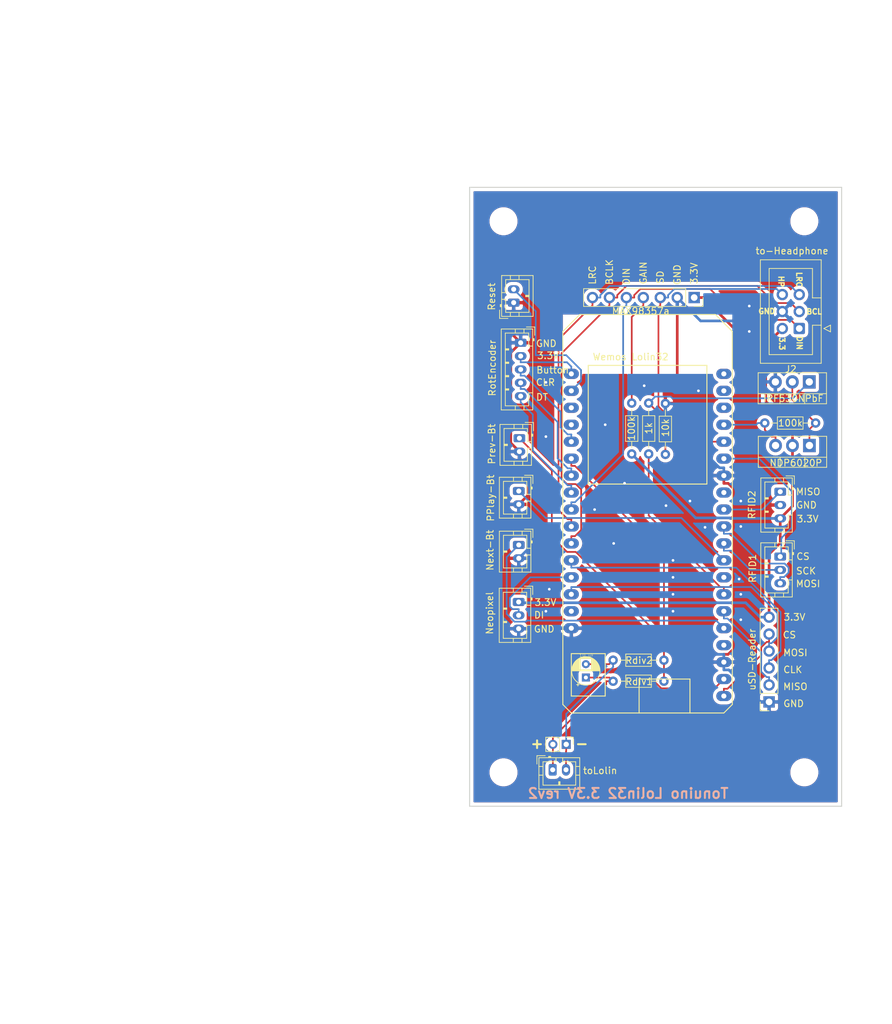
<source format=kicad_pcb>
(kicad_pcb (version 20171130) (host pcbnew "(5.1.8-0-10_14)")
  (layers (0 F.Cu signal) (31 B.Cu signal) (34 B.Paste user) (35 F.Paste user) (36 B.SilkS user) (37 F.SilkS user) (38 B.Mask user) (39 F.Mask user) (44 Edge.Cuts user))
  (net 0 "")
  (net 1 SW_POWER3.3)
  (net 2 NEO_DI)
  (net 3 DIN)
  (net 4 BCLK)
  (net 5 LRC)
  (net 6 HEADPHONE)
  (net 7 "Net-(J3-Pad2)")
  (net 8 ROTENC_BUT)
  (net 9 ROTENC_CLR)
  (net 10 ROTENC_DT)
  (net 11 MISO_RFID)
  (net 12 MOSI_RFID)
  (net 13 SCK_RFID)
  (net 14 CS_RFID)
  (net 15 BUT_PREV)
  (net 16 BUT_PPLAY)
  (net 17 BUT_NEXT)
  (net 18 MISO_SD)
  (net 19 SCK_SD)
  (net 20 MOSI_SD)
  (net 21 CS_SD)
  (net 22 "Net-(Q1-Pad1)")
  (net 23 "Net-(Q1-Pad2)")
  (net 24 "Net-(Q2-Pad3)")
  (net 25 "Net-(R1-Pad2)")
  (net 26 "Net-(U1-Pad33)")
  (net 27 "Net-(U1-Pad29)")
  (net 28 "Net-(U1-Pad19)")
  (net 29 "Net-(U1-Pad18)")
  (net 30 "Net-(U1-Pad17)")
  (net 31 "Net-(U1-Pad15)")
  (net 32 "Net-(U1-Pad4)")
  (net 33 "Net-(U1-Pad3)")
  (net 34 GND)
  (net 35 GAIN)
  (net 36 "Net-(U1-Pad24)")
  (net 37 VBat)
  (net 38 "Net-(C1-Pad1)")
  (net 39 "Net-(C1-Pad2)")
  (net 40 EN)
  (module MountingHole:MountingHole_3.2mm_M3 (layer F.Cu) (at 100.33 26.67)
    (fp_text reference H1)
    (fp_text value MountingHole)
    (pad 1 np_thru_hole circle (at 0 0) (size 3.2 3.2) (drill 3.2) (layers *.Cu *.Mask))
  )
  (module MountingHole:MountingHole_3.2mm_M3 (layer F.Cu) (at 145.415 26.67)
    (fp_text reference H2)
    (fp_text value MountingHole)
    (pad 1 np_thru_hole circle (at 0 0) (size 3.2 3.2) (drill 3.2) (layers *.Cu *.Mask))
  )
  (module MountingHole:MountingHole_3.2mm_M3 (layer F.Cu) (at 100.33 109.22)
    (fp_text reference H3)
    (fp_text value MountingHole)
    (pad 1 np_thru_hole circle (at 0 0) (size 3.2 3.2) (drill 3.2) (layers *.Cu *.Mask))
  )
  (module MountingHole:MountingHole_3.2mm_M3 (layer F.Cu) (at 145.415 109.22)
    (fp_text reference H4)
    (fp_text value MountingHole)
    (pad 1 np_thru_hole circle (at 0 0) (size 3.2 3.2) (drill 3.2) (layers *.Cu *.Mask))
  )
  (module Connector_PinSocket_2.54mm:PinSocket_1x07_P2.54mm_Vertical (layer F.Cu) (at 128.905 38.1 270)
    (fp_text reference J7)
    (fp_text value MAX98357a (at 2.032 8.001 180) (layer F.SilkS))
    (pad 7 thru_hole oval (at 0 15.24 270) (size 1.7 1.7) (drill 1) (layers *.Cu *.Mask) (net 5 LRC))
    (pad 6 thru_hole oval (at 0 12.7 270) (size 1.7 1.7) (drill 1) (layers *.Cu *.Mask) (net 4 BCLK))
    (pad 5 thru_hole oval (at 0 10.16 270) (size 1.7 1.7) (drill 1) (layers *.Cu *.Mask) (net 3 DIN))
    (pad 4 thru_hole oval (at 0 7.62 270) (size 1.7 1.7) (drill 1) (layers *.Cu *.Mask) (net 35 GAIN))
    (pad 3 thru_hole oval (at 0 5.08 270) (size 1.7 1.7) (drill 1) (layers *.Cu *.Mask) (net 6 HEADPHONE))
    (pad 2 thru_hole oval (at 0 2.54 270) (size 1.7 1.7) (drill 1) (layers *.Cu *.Mask) (net 34 GND))
    (pad 1 thru_hole rect (at 0 0 270) (size 1.7 1.7) (drill 1) (layers *.Cu *.Mask) (net 1 SW_POWER3.3))
  )
  (module Connector_PinSocket_2.54mm:PinSocket_1x06_P2.54mm_Vertical (layer F.Cu) (at 140.128 98.671 180)
    (fp_text reference J8)
    (fp_text value uSD-Reader (at 2.54 6.35 90) (layer F.SilkS))
    (pad 1 thru_hole rect (at 0 0 180) (size 1.7 1.7) (drill 1) (layers *.Cu *.Mask) (net 34 GND))
    (pad 2 thru_hole oval (at 0 2.54 180) (size 1.7 1.7) (drill 1) (layers *.Cu *.Mask) (net 18 MISO_SD))
    (pad 3 thru_hole oval (at 0 5.08 180) (size 1.7 1.7) (drill 1) (layers *.Cu *.Mask) (net 19 SCK_SD))
    (pad 4 thru_hole oval (at 0 7.62 180) (size 1.7 1.7) (drill 1) (layers *.Cu *.Mask) (net 20 MOSI_SD))
    (pad 5 thru_hole oval (at 0 10.16 180) (size 1.7 1.7) (drill 1) (layers *.Cu *.Mask) (net 21 CS_SD))
    (pad 6 thru_hole oval (at 0 12.7 180) (size 1.7 1.7) (drill 1) (layers *.Cu *.Mask) (net 1 SW_POWER3.3))
  )
  (module Package_TO_SOT_THT:TO-220-3_Vertical (layer F.Cu) (at 146.152 50.7365 180)
    (fp_text reference Q1)
    (fp_text value IRF530NPbF (at 2.388 -2.4765) (layer F.SilkS))
    (pad 1 thru_hole rect (at 0 0 180) (size 1.905 2) (drill 1.1) (layers *.Cu *.Mask) (net 22 "Net-(Q1-Pad1)"))
    (pad 2 thru_hole oval (at 2.54 0 180) (size 1.905 2) (drill 1.1) (layers *.Cu *.Mask) (net 23 "Net-(Q1-Pad2)"))
    (pad 3 thru_hole oval (at 5.08 0 180) (size 1.905 2) (drill 1.1) (layers *.Cu *.Mask) (net 34 GND))
  )
  (module Package_TO_SOT_THT:TO-220-3_Vertical (layer F.Cu) (at 146.177 60.2615 180)
    (fp_text reference Q2)
    (fp_text value NDP6020P (at 2.032 -2.6035) (layer F.SilkS))
    (pad 3 thru_hole oval (at 5.08 0 180) (size 1.905 2) (drill 1.1) (layers *.Cu *.Mask) (net 24 "Net-(Q2-Pad3)"))
    (pad 2 thru_hole oval (at 2.54 0 180) (size 1.905 2) (drill 1.1) (layers *.Cu *.Mask) (net 1 SW_POWER3.3))
    (pad 1 thru_hole rect (at 0 0 180) (size 1.905 2) (drill 1.1) (layers *.Cu *.Mask) (net 23 "Net-(Q1-Pad2)"))
  )
  (module Resistor_THT:R_Axial_DIN0204_L3.6mm_D1.6mm_P7.62mm_Horizontal (layer F.Cu) (at 122.086 53.9111 270)
    (fp_text reference R1)
    (fp_text value 1k (at 3.7719 -0.0127 90) (layer F.SilkS))
    (pad 2 thru_hole oval (at 7.62 0 270) (size 1.4 1.4) (drill 0.7) (layers *.Cu *.Mask) (net 25 "Net-(R1-Pad2)"))
    (pad 1 thru_hole circle (at 0 0 270) (size 1.4 1.4) (drill 0.7) (layers *.Cu *.Mask) (net 22 "Net-(Q1-Pad1)"))
  )
  (module Resistor_THT:R_Axial_DIN0204_L3.6mm_D1.6mm_P7.62mm_Horizontal (layer F.Cu) (at 124.587 61.595 90)
    (fp_text reference R2)
    (fp_text value 10k (at 3.9878 0.0254 90) (layer F.SilkS))
    (pad 2 thru_hole oval (at 7.62 0 90) (size 1.4 1.4) (drill 0.7) (layers *.Cu *.Mask) (net 34 GND))
    (pad 1 thru_hole circle (at 0 0 90) (size 1.4 1.4) (drill 0.7) (layers *.Cu *.Mask) (net 22 "Net-(Q1-Pad1)"))
  )
  (module Resistor_THT:R_Axial_DIN0204_L3.6mm_D1.6mm_P7.62mm_Horizontal (layer F.Cu) (at 147.105 56.896 180)
    (fp_text reference R3)
    (fp_text value 100k (at 3.7855 -0.0004) (layer F.SilkS))
    (pad 1 thru_hole circle (at 0 0 180) (size 1.4 1.4) (drill 0.7) (layers *.Cu *.Mask) (net 23 "Net-(Q1-Pad2)"))
    (pad 2 thru_hole oval (at 7.62 0 180) (size 1.4 1.4) (drill 0.7) (layers *.Cu *.Mask) (net 24 "Net-(Q2-Pad3)"))
  )
  (module Resistor_THT:R_Axial_DIN0204_L3.6mm_D1.6mm_P7.62mm_Horizontal (layer F.Cu) (at 119.546 53.9111 270)
    (fp_text reference R4)
    (fp_text value 100k (at 3.81 0.0381 90) (layer F.SilkS))
    (pad 2 thru_hole oval (at 7.62 0 270) (size 1.4 1.4) (drill 0.7) (layers *.Cu *.Mask) (net 1 SW_POWER3.3))
    (pad 1 thru_hole circle (at 0 0 270) (size 1.4 1.4) (drill 0.7) (layers *.Cu *.Mask) (net 35 GAIN))
  )
  (module Module:Lolin32 (layer F.Cu) (at 119.38 59.69)
    (fp_text reference U1)
    (fp_text value "Wemos Lolin32" (at 0 -12.7) (layer F.SilkS))
    (pad 36 thru_hole oval (at 13.97 38.1) (size 2.268 1.524) (drill 0.762) (layers *.Cu *.Mask) (net 21 CS_SD))
    (pad 35 thru_hole oval (at 13.97 35.56) (size 2.268 1.524) (drill 0.762) (layers *.Cu *.Mask) (net 15 BUT_PREV))
    (pad 34 thru_hole oval (at 13.97 33.02) (size 2.268 1.524) (drill 0.762) (layers *.Cu *.Mask) (net 34 GND))
    (pad 33 thru_hole oval (at 13.97 30.48) (size 2.268 1.524) (drill 0.762) (layers *.Cu *.Mask) (net 26 "Net-(U1-Pad33)"))
    (pad 32 thru_hole oval (at 13.97 27.94) (size 2.268 1.524) (drill 0.762) (layers *.Cu *.Mask) (net 17 BUT_NEXT))
    (pad 31 thru_hole oval (at 13.97 25.4) (size 2.268 1.524) (drill 0.762) (layers *.Cu *.Mask) (net 18 MISO_SD))
    (pad 30 thru_hole oval (at 13.97 22.86) (size 2.268 1.524) (drill 0.762) (layers *.Cu *.Mask) (net 25 "Net-(R1-Pad2)"))
    (pad 29 thru_hole oval (at 13.97 20.32) (size 2.268 1.524) (drill 0.762) (layers *.Cu *.Mask) (net 27 "Net-(U1-Pad29)"))
    (pad 28 thru_hole oval (at 13.97 17.78) (size 2.268 1.524) (drill 0.762) (layers *.Cu *.Mask) (net 16 BUT_PPLAY))
    (pad 27 thru_hole oval (at 13.97 15.24) (size 2.268 1.524) (drill 0.762) (layers *.Cu *.Mask) (net 13 SCK_RFID))
    (pad 26 thru_hole oval (at 13.97 12.7) (size 2.268 1.524) (drill 0.762) (layers *.Cu *.Mask) (net 12 MOSI_RFID))
    (pad 25 thru_hole oval (at 13.97 10.16) (size 2.268 1.524) (drill 0.762) (layers *.Cu *.Mask) (net 11 MISO_RFID))
    (pad 24 thru_hole oval (at 13.97 7.62) (size 2.268 1.524) (drill 0.762) (layers *.Cu *.Mask) (net 36 "Net-(U1-Pad24)"))
    (pad 23 thru_hole oval (at 13.97 5.08) (size 2.268 1.524) (drill 0.762) (layers *.Cu *.Mask) (net 34 GND))
    (pad 22 thru_hole oval (at 13.97 2.54) (size 2.268 1.524) (drill 0.762) (layers *.Cu *.Mask) (net 14 CS_RFID))
    (pad 21 thru_hole oval (at 13.97 0) (size 2.268 1.524) (drill 0.762) (layers *.Cu *.Mask) (net 6 HEADPHONE))
    (pad 20 thru_hole oval (at 13.97 -2.54) (size 2.268 1.524) (drill 0.762) (layers *.Cu *.Mask) (net 24 "Net-(Q2-Pad3)"))
    (pad 19 thru_hole oval (at 13.97 -5.08) (size 2.268 1.524) (drill 0.762) (layers *.Cu *.Mask) (net 28 "Net-(U1-Pad19)"))
    (pad 18 thru_hole oval (at 13.97 -7.62) (size 2.268 1.524) (drill 0.762) (layers *.Cu *.Mask) (net 29 "Net-(U1-Pad18)"))
    (pad 17 thru_hole oval (at 13.97 -10.16) (size 2.268 1.524) (drill 0.762) (layers *.Cu *.Mask) (net 30 "Net-(U1-Pad17)"))
    (pad 16 thru_hole oval (at -8.89 27.94) (size 2.268 1.524) (drill 0.762) (layers *.Cu *.Mask) (net 34 GND))
    (pad 15 thru_hole oval (at -8.89 25.4) (size 2.268 1.524) (drill 0.762) (layers *.Cu *.Mask) (net 31 "Net-(U1-Pad15)"))
    (pad 14 thru_hole oval (at -8.89 22.86) (size 2.268 1.524) (drill 0.762) (layers *.Cu *.Mask) (net 20 MOSI_SD))
    (pad 13 thru_hole oval (at -8.89 20.32) (size 2.268 1.524) (drill 0.762) (layers *.Cu *.Mask) (net 2 NEO_DI))
    (pad 12 thru_hole oval (at -8.89 17.78) (size 2.268 1.524) (drill 0.762) (layers *.Cu *.Mask) (net 19 SCK_SD))
    (pad 11 thru_hole oval (at -8.89 15.24) (size 2.268 1.524) (drill 0.762) (layers *.Cu *.Mask) (net 4 BCLK))
    (pad 10 thru_hole oval (at -8.89 12.7) (size 2.268 1.524) (drill 0.762) (layers *.Cu *.Mask) (net 5 LRC))
    (pad 9 thru_hole oval (at -8.89 10.16) (size 2.268 1.524) (drill 0.762) (layers *.Cu *.Mask) (net 3 DIN))
    (pad 8 thru_hole oval (at -8.89 7.62) (size 2.268 1.524) (drill 0.762) (layers *.Cu *.Mask) (net 10 ROTENC_DT))
    (pad 7 thru_hole oval (at -8.89 5.08) (size 2.268 1.524) (drill 0.762) (layers *.Cu *.Mask) (net 9 ROTENC_CLR))
    (pad 6 thru_hole oval (at -8.89 2.54) (size 2.268 1.524) (drill 0.762) (layers *.Cu *.Mask) (net 37 VBat))
    (pad 5 thru_hole oval (at -8.89 0) (size 2.268 1.524) (drill 0.762) (layers *.Cu *.Mask) (net 8 ROTENC_BUT))
    (pad 4 thru_hole oval (at -8.89 -2.54) (size 2.268 1.524) (drill 0.762) (layers *.Cu *.Mask) (net 32 "Net-(U1-Pad4)"))
    (pad 3 thru_hole oval (at -8.89 -5.08) (size 2.268 1.524) (drill 0.762) (layers *.Cu *.Mask) (net 33 "Net-(U1-Pad3)"))
    (pad 2 thru_hole oval (at -8.89 -7.62) (size 2.268 1.524) (drill 0.762) (layers *.Cu *.Mask) (net 40 EN))
    (pad 1 thru_hole oval (at -8.89 -10.16) (size 2.268 1.524) (drill 0.762) (layers *.Cu *.Mask) (net 7 "Net-(J3-Pad2)"))
  )
  (module Connector_JST:JST_PH_B5B-PH-K_1x05_P2.00mm_Vertical (layer F.Cu) (at 102.899 44.8697 270)
    (fp_text reference J3)
    (fp_text value RotEncoder (at 3.7846 4.2541 90) (layer F.SilkS))
    (pad 1 thru_hole roundrect (at 0 0 270) (size 1.2 1.75) (drill 0.75) (layers *.Cu *.Mask) (roundrect_rratio 0.2083325) (net 34 GND))
    (pad 2 thru_hole oval (at 2 0 270) (size 1.2 1.75) (drill 0.75) (layers *.Cu *.Mask) (net 7 "Net-(J3-Pad2)"))
    (pad 3 thru_hole oval (at 4 0 270) (size 1.2 1.75) (drill 0.75) (layers *.Cu *.Mask) (net 8 ROTENC_BUT))
    (pad 4 thru_hole oval (at 6 0 270) (size 1.2 1.75) (drill 0.75) (layers *.Cu *.Mask) (net 9 ROTENC_CLR))
    (pad 5 thru_hole oval (at 8 0 270) (size 1.2 1.75) (drill 0.75) (layers *.Cu *.Mask) (net 10 ROTENC_DT))
  )
  (module Connector_JST:JST_PH_B3B-PH-K_1x03_P2.00mm_Vertical (layer F.Cu) (at 102.6 83.7 270)
    (fp_text reference J1)
    (fp_text value Neopixel (at 1.6637 4.3434 90) (layer F.SilkS))
    (pad 3 thru_hole oval (at 4 0 270) (size 1.2 1.75) (drill 0.75) (layers *.Cu *.Mask) (net 34 GND))
    (pad 2 thru_hole oval (at 2 0 270) (size 1.2 1.75) (drill 0.75) (layers *.Cu *.Mask) (net 2 NEO_DI))
    (pad 1 thru_hole roundrect (at 0 0 270) (size 1.2 1.75) (drill 0.75) (layers *.Cu *.Mask) (roundrect_rratio 0.2083325) (net 1 SW_POWER3.3))
  )
  (module Connector_JST:JST_PH_B2B-PH-K_1x02_P2.00mm_Vertical (layer F.Cu) (at 102.619 75.1592 270)
    (fp_text reference J4)
    (fp_text value Next-Bt (at 0.7874 4.3053 90) (layer F.SilkS))
    (pad 1 thru_hole roundrect (at 0 0 270) (size 1.2 1.75) (drill 0.75) (layers *.Cu *.Mask) (roundrect_rratio 0.2083325) (net 17 BUT_NEXT))
    (pad 2 thru_hole oval (at 2 0 270) (size 1.2 1.75) (drill 0.75) (layers *.Cu *.Mask) (net 34 GND))
  )
  (module Connector_JST:JST_PH_B2B-PH-K_1x02_P2.00mm_Vertical (layer F.Cu) (at 102.708 59.1699 270)
    (fp_text reference J6)
    (fp_text value Prev-Bt (at 0.8763 4.1275 90) (layer F.SilkS))
    (pad 2 thru_hole oval (at 2 0 270) (size 1.2 1.75) (drill 0.75) (layers *.Cu *.Mask) (net 34 GND))
    (pad 1 thru_hole roundrect (at 0 0 270) (size 1.2 1.75) (drill 0.75) (layers *.Cu *.Mask) (roundrect_rratio 0.2083325) (net 15 BUT_PREV))
  )
  (module Connector_JST:JST_PH_B2B-PH-K_1x02_P2.00mm_Vertical (layer F.Cu) (at 102.619 67.082 270)
    (fp_text reference J9)
    (fp_text value PPlay-Bt (at 1.0541 4.2164 90) (layer F.SilkS))
    (pad 2 thru_hole oval (at 2 0 270) (size 1.2 1.75) (drill 0.75) (layers *.Cu *.Mask) (net 34 GND))
    (pad 1 thru_hole roundrect (at 0 0 270) (size 1.2 1.75) (drill 0.75) (layers *.Cu *.Mask) (roundrect_rratio 0.2083325) (net 16 BUT_PPLAY))
  )
  (module Connector_IDC:IDC-Header_2x03_P2.54mm_Vertical (layer F.Cu) (at 144.653 42.7355 180)
    (fp_text reference J2 (at 1.27 -6.1) (layer F.SilkS))
    (fp_text value to-Headphone (at 1.0922 11.6205) (layer F.SilkS))
    (pad 1 thru_hole roundrect (at 0 0 180) (size 1.7 1.7) (drill 1) (layers *.Cu *.Mask) (roundrect_rratio 0.1470588235294118) (net 3 DIN))
    (pad 3 thru_hole circle (at 0 2.54 180) (size 1.7 1.7) (drill 1) (layers *.Cu *.Mask) (net 4 BCLK))
    (pad 5 thru_hole circle (at 0 5.08 180) (size 1.7 1.7) (drill 1) (layers *.Cu *.Mask) (net 5 LRC))
    (pad 2 thru_hole circle (at 2.54 0 180) (size 1.7 1.7) (drill 1) (layers *.Cu *.Mask) (net 1 SW_POWER3.3))
    (pad 4 thru_hole circle (at 2.54 2.54 180) (size 1.7 1.7) (drill 1) (layers *.Cu *.Mask) (net 34 GND))
    (pad 6 thru_hole circle (at 2.54 5.08 180) (size 1.7 1.7) (drill 1) (layers *.Cu *.Mask) (net 6 HEADPHONE))
  )
  (module Connector_JST:JST_PH_B3B-PH-K_1x03_P2.00mm_Vertical (layer F.Cu) (at 141.796 76.8985 270)
    (fp_text reference J5)
    (fp_text value RFID1 (at 1.7715 4.136 270) (layer F.SilkS))
    (pad 1 thru_hole roundrect (at 0 0 270) (size 1.2 1.75) (drill 0.75) (layers *.Cu *.Mask) (roundrect_rratio 0.2083325) (net 14 CS_RFID))
    (pad 2 thru_hole oval (at 2 0 270) (size 1.2 1.75) (drill 0.75) (layers *.Cu *.Mask) (net 13 SCK_RFID))
    (pad 3 thru_hole oval (at 4 0 270) (size 1.2 1.75) (drill 0.75) (layers *.Cu *.Mask) (net 12 MOSI_RFID))
  )
  (module Connector_JST:JST_PH_B3B-PH-K_1x03_P2.00mm_Vertical (layer F.Cu) (at 141.8 67.18 270)
    (fp_text reference J10)
    (fp_text value RFID2 (at 1.97 4.24 90) (layer F.SilkS))
    (pad 3 thru_hole oval (at 4 0 270) (size 1.2 1.75) (drill 0.75) (layers *.Cu *.Mask) (net 1 SW_POWER3.3))
    (pad 2 thru_hole oval (at 2 0 270) (size 1.2 1.75) (drill 0.75) (layers *.Cu *.Mask) (net 34 GND))
    (pad 1 thru_hole roundrect (at 0 0 270) (size 1.2 1.75) (drill 0.75) (layers *.Cu *.Mask) (roundrect_rratio 0.2083325) (net 11 MISO_RFID))
  )
  (module Resistor_THT:R_Axial_DIN0204_L3.6mm_D1.6mm_P7.62mm_Horizontal (layer F.Cu) (at 124.374 95.572 180)
    (fp_text reference Rdiv1 (at 3.723999 -0.059001) (layer F.SilkS))
    (fp_text value 130k)
    (pad 1 thru_hole circle (at 0 0 180) (size 1.4 1.4) (drill 0.7) (layers *.Cu *.Mask) (net 37 VBat))
    (pad 2 thru_hole oval (at 7.62 0 180) (size 1.4 1.4) (drill 0.7) (layers *.Cu *.Mask) (net 38 "Net-(C1-Pad1)"))
  )
  (module Resistor_THT:R_Axial_DIN0204_L3.6mm_D1.6mm_P7.62mm_Horizontal (layer F.Cu) (at 124.374 92.422 180)
    (fp_text reference Rdiv2 (at 3.723999 -0.034001) (layer F.SilkS))
    (fp_text value 390k)
    (pad 2 thru_hole oval (at 7.62 0 180) (size 1.4 1.4) (drill 0.7) (layers *.Cu *.Mask) (net 39 "Net-(C1-Pad2)"))
    (pad 1 thru_hole circle (at 0 0 180) (size 1.4 1.4) (drill 0.7) (layers *.Cu *.Mask) (net 37 VBat))
  )
  (module Connector_JST:JST_PH_B2B-PH-K_1x02_P2.00mm_Vertical (layer F.Cu) (at 107.696 108.839)
    (fp_text reference J11)
    (fp_text value Battery)
    (pad 1 thru_hole roundrect (at 0 0) (size 1.2 1.75) (drill 0.75) (layers *.Cu *.Mask) (roundrect_rratio 0.2083325) (net 38 "Net-(C1-Pad1)"))
    (pad 2 thru_hole oval (at 2 0) (size 1.2 1.75) (drill 0.75) (layers *.Cu *.Mask) (net 39 "Net-(C1-Pad2)"))
  )
  (module Connector_PinHeader_2.00mm:PinHeader_1x02_P2.00mm_Vertical (layer F.Cu) (at 109.728 105.029 270)
    (fp_text reference J12)
    (fp_text value toLolin (at 3.937 -5.08 180) (layer F.SilkS))
    (pad 1 thru_hole rect (at 0 0 270) (size 1.35 1.35) (drill 0.8) (layers *.Cu *.Mask) (net 39 "Net-(C1-Pad2)"))
    (pad 2 thru_hole oval (at 0 2 270) (size 1.35 1.35) (drill 0.8) (layers *.Cu *.Mask) (net 38 "Net-(C1-Pad1)"))
  )
  (module Connector_JST:JST_PH_B2B-PH-K_1x02_P2.00mm_Vertical (layer F.Cu) (at 101.854 38.862 90)
    (fp_text reference J13 hide)
    (fp_text value Reset (at 0.902 -3.294 90) (layer F.SilkS))
    (pad 1 thru_hole roundrect (at 0 0 90) (size 1.2 1.75) (drill 0.75) (layers *.Cu *.Mask) (roundrect_rratio 0.208333) (net 34 GND))
    (pad 2 thru_hole oval (at 2 0 90) (size 1.2 1.75) (drill 0.75) (layers *.Cu *.Mask) (net 40 EN))
  )
  (module Capacitor_THT:CP_Radial_D4.0mm_P2.00mm (layer F.Cu) (at 112.67 95.02 90)
    (fp_text reference C1 hide)
    (fp_text value 10uF)
    (pad 1 thru_hole rect (at 0 0 90) (size 1.2 1.2) (drill 0.6) (layers *.Cu *.Mask) (net 38 "Net-(C1-Pad1)"))
    (pad 2 thru_hole circle (at 2 0 90) (size 1.2 1.2) (drill 0.6) (layers *.Cu *.Mask) (net 39 "Net-(C1-Pad2)"))
  )
  (gr_text "10 uF" (at 112.776 91.694) (layer F.SilkS) (effects (font (size 0.5 0.5) (thickness 0.05))))
  (gr_text HP (at 141.9352 35.687 270) (layer F.SilkS) (effects (font (size 0.8 0.8) (thickness 0.2))))
  (gr_text LRC (at 144.6276 35.4076 270) (layer F.SilkS) (effects (font (size 0.8 0.8) (thickness 0.2))))
  (gr_text GND (at 139.7762 40.1574) (layer F.SilkS) (effects (font (size 0.8 0.8) (thickness 0.2))))
  (gr_text BCL (at 146.8882 40.2082) (layer F.SilkS) (effects (font (size 0.8 0.8) (thickness 0.2))))
  (gr_text 3.3 (at 142.0622 45.0088 270) (layer F.SilkS) (effects (font (size 0.8 0.8) (thickness 0.2))))
  (gr_text DIN (at 144.6784 44.9072 270) (layer F.SilkS) (effects (font (size 0.8 0.8) (thickness 0.2))))
  (gr_text - (at 112.0648 104.902) (layer F.SilkS) (effects (font (size 1.5 1.5) (thickness 0.3))))
  (gr_text + (at 105.3592 104.902) (layer F.SilkS) (effects (font (size 1.5 1.5) (thickness 0.3))))
  (gr_text CS (at 145.2118 76.8858) (layer F.SilkS) (effects (font (size 1 1))))
  (gr_text SCK (at 145.669 79.0575) (layer F.SilkS) (effects (font (size 1 1))))
  (gr_text MOSI (at 145.9738 80.9752) (layer F.SilkS) (effects (font (size 1 1))))
  (gr_text GND (at 145.74 69.19) (layer F.SilkS) (effects (font (size 1 1))))
  (gr_text 3.3V (at 145.91 71.26) (layer F.SilkS) (effects (font (size 1 1))))
  (gr_text MISO (at 145.99 67.19) (layer F.SilkS) (effects (font (size 1 1))))
  (gr_line (start 95.25 114.3) (end 151 114.3) (layer Edge.Cuts) (width 0.15))
  (gr_line (start 95.25 21.59) (end 151 21.59) (layer Edge.Cuts) (width 0.15))
  (gr_text "Tonuino Lolin32 3.3V rev2" (at 119.01 112.38) (layer B.SilkS) (effects (font (size 1.5 1.5) (thickness 0.3)) (justify mirror)))
  (gr_text GND (at 143.811 98.925) (layer F.SilkS) (effects (font (size 1 1))))
  (gr_text MISO (at 144.065 96.385) (layer F.SilkS) (effects (font (size 1 1))))
  (gr_text CLK (at 143.684 93.845) (layer F.SilkS) (effects (font (size 1 1))))
  (gr_text MOSI (at 144.065 91.305) (layer F.SilkS) (effects (font (size 1 1))))
  (gr_text CS (at 143.176 88.638) (layer F.SilkS) (effects (font (size 1 1))))
  (gr_text 3.3V (at 143.938 85.971) (layer F.SilkS) (effects (font (size 1 1))))
  (gr_text LRC (at 113.665 34.7345 90) (layer F.SilkS) (effects (font (size 1 1))))
  (gr_text BCLK (at 116.205 34.29 90) (layer F.SilkS) (effects (font (size 1 1))))
  (gr_text DIN (at 118.745 34.925 90) (layer F.SilkS) (effects (font (size 1 1))))
  (gr_text GAIN (at 121.285 34.417 90) (layer F.SilkS) (effects (font (size 1 1))))
  (gr_text SD (at 123.825 35.052 90) (layer F.SilkS) (effects (font (size 1 1))))
  (gr_text GND (at 126.365 34.671 90) (layer F.SilkS) (effects (font (size 1 1))))
  (gr_text 3.3V (at 128.905 34.4805 90) (layer F.SilkS) (effects (font (size 1 1))))
  (gr_text 3.3V (at 106.9975 46.7995) (layer F.SilkS) (effects (font (size 1 1))))
  (gr_text DT (at 106.1085 53.0225) (layer F.SilkS) (effects (font (size 1 1))))
  (gr_text CLR (at 106.6165 50.8) (layer F.SilkS) (effects (font (size 1 1))))
  (gr_text Button (at 107.696 48.9585) (layer F.SilkS) (effects (font (size 1 1))))
  (gr_text GND (at 106.7435 44.9834) (layer F.SilkS) (effects (font (size 1 1))))
  (gr_text GND (at 106.426 87.757) (layer F.SilkS) (effects (font (size 1 1))))
  (gr_text DI (at 105.664 85.6615) (layer F.SilkS) (effects (font (size 1 1))))
  (gr_text 3.3V (at 106.6165 83.7565) (layer F.SilkS) (effects (font (size 1 1))))
  (gr_line (start 95.25 114.3) (end 95.25 21.59) (layer Edge.Cuts) (width 0.15))
  (gr_line (start 151 21.59) (end 151 114.3) (layer Edge.Cuts) (width 0.15))
  (segment (start 139.6155 45.233) (end 139.6155 53.628) (width 0.4) (layer F.Cu) (net 1))
  (segment (start 139.6155 53.628) (end 143.637 57.6495) (width 0.4) (layer F.Cu) (net 1))
  (segment (start 143.637 57.6495) (end 143.637 60.2615) (width 0.4) (layer F.Cu) (net 1))
  (segment (start 142.113 42.7355) (end 139.6155 45.233) (width 0.4) (layer F.Cu) (net 1))
  (segment (start 139.6155 45.233) (end 137.3883 45.233) (width 0.4) (layer F.Cu) (net 1))
  (segment (start 137.3883 45.233) (end 130.2553 38.1) (width 0.4) (layer F.Cu) (net 1))
  (segment (start 128.905 38.1) (end 130.2553 38.1) (width 0.4) (layer F.Cu) (net 1))
  (segment (start 138.7777 85.971) (end 136.6267 83.82) (width 0.4) (layer B.Cu) (net 1))
  (segment (start 136.6267 83.82) (end 102.72 83.82) (width 0.4) (layer B.Cu) (net 1))
  (segment (start 102.72 83.82) (end 102.6 83.7) (width 0.4) (layer B.Cu) (net 1))
  (segment (start 140.128 85.971) (end 138.7777 85.971) (width 0.4) (layer B.Cu) (net 1))
  (segment (start 143.637 69.343) (end 143.637 60.2615) (width 0.4) (layer F.Cu) (net 1))
  (segment (start 141.8 71.18) (end 143.637 69.343) (width 0.4) (layer F.Cu) (net 1))
  (segment (start 134.24201 71.11201) (end 129.12691 71.11201) (width 0.4) (layer B.Cu) (net 1))
  (segment (start 134.31 71.18) (end 134.24201 71.11201) (width 0.4) (layer B.Cu) (net 1))
  (segment (start 141.8 71.18) (end 134.31 71.18) (width 0.4) (layer B.Cu) (net 1))
  (segment (start 129.12691 71.11201) (end 128.2649 70.25) (width 0.4) (layer B.Cu) (net 1))
  (segment (start 128.2649 70.25) (end 119.546 61.5311) (width 0.4) (layer B.Cu) (net 1))
  (segment (start 141.8 74.858822) (end 141.8 71.18) (width 0.4) (layer F.Cu) (net 1))
  (segment (start 140.128 76.530822) (end 141.8 74.858822) (width 0.4) (layer F.Cu) (net 1))
  (segment (start 140.128 85.971) (end 140.128 76.530822) (width 0.4) (layer F.Cu) (net 1))
  (segment (start 102.6 85.7) (end 102.6 84.7747) (width 0.25) (layer B.Cu) (net 2))
  (segment (start 102.6 84.7747) (end 101.6747 84.7747) (width 0.25) (layer B.Cu) (net 2))
  (segment (start 101.6747 84.7747) (end 101.2804 84.3804) (width 0.25) (layer B.Cu) (net 2))
  (segment (start 101.2804 84.3804) (end 101.2804 83.0727) (width 0.25) (layer B.Cu) (net 2))
  (segment (start 101.2804 83.0727) (end 104.3431 80.01) (width 0.25) (layer B.Cu) (net 2))
  (segment (start 104.3431 80.01) (end 110.49 80.01) (width 0.25) (layer B.Cu) (net 2))
  (segment (start 119.9203 38.1) (end 119.9203 37.7327) (width 0.25) (layer F.Cu) (net 3))
  (segment (start 119.9203 37.7327) (end 120.8284 36.8246) (width 0.25) (layer F.Cu) (net 3))
  (segment (start 120.8284 36.8246) (end 131.2971 36.8246) (width 0.25) (layer F.Cu) (net 3))
  (segment (start 131.2971 36.8246) (end 135.9192 41.4467) (width 0.25) (layer F.Cu) (net 3))
  (segment (start 135.9192 41.4467) (end 143.3642 41.4467) (width 0.25) (layer F.Cu) (net 3))
  (segment (start 143.3642 41.4467) (end 144.653 42.7355) (width 0.25) (layer F.Cu) (net 3))
  (segment (start 118.745 38.1) (end 119.9203 38.1) (width 0.25) (layer F.Cu) (net 3))
  (segment (start 118.745 38.1) (end 118.745 39.2753) (width 0.25) (layer B.Cu) (net 3))
  (segment (start 110.49 69.85) (end 110.49 68.7627) (width 0.25) (layer B.Cu) (net 3))
  (segment (start 110.49 68.7627) (end 111.0336 68.7627) (width 0.25) (layer B.Cu) (net 3))
  (segment (start 111.0336 68.7627) (end 118.258 61.5383) (width 0.25) (layer B.Cu) (net 3))
  (segment (start 118.258 61.5383) (end 118.258 39.7623) (width 0.25) (layer B.Cu) (net 3))
  (segment (start 118.258 39.7623) (end 118.745 39.2753) (width 0.25) (layer B.Cu) (net 3))
  (segment (start 116.205 38.1) (end 117.3803 38.1) (width 0.25) (layer F.Cu) (net 4))
  (segment (start 144.653 40.1955) (end 143.383 38.9255) (width 0.25) (layer F.Cu) (net 4))
  (segment (start 143.383 38.9255) (end 140.9376 38.9255) (width 0.25) (layer F.Cu) (net 4))
  (segment (start 140.9376 38.9255) (end 138.3724 36.3603) (width 0.25) (layer F.Cu) (net 4))
  (segment (start 138.3724 36.3603) (end 118.7527 36.3603) (width 0.25) (layer F.Cu) (net 4))
  (segment (start 118.7527 36.3603) (end 117.3803 37.7327) (width 0.25) (layer F.Cu) (net 4))
  (segment (start 117.3803 37.7327) (end 117.3803 38.1) (width 0.25) (layer F.Cu) (net 4))
  (segment (start 116.205 38.1) (end 116.205 39.2753) (width 0.25) (layer F.Cu) (net 4))
  (segment (start 110.49 74.93) (end 110.49 73.8427) (width 0.25) (layer F.Cu) (net 4))
  (segment (start 116.205 39.2753) (end 109.0221 46.4582) (width 0.25) (layer F.Cu) (net 4))
  (segment (start 109.0221 46.4582) (end 109.0221 65.2243) (width 0.25) (layer F.Cu) (net 4))
  (segment (start 109.0221 65.2243) (end 109.8378 66.04) (width 0.25) (layer F.Cu) (net 4))
  (segment (start 109.8378 66.04) (end 111.1576 66.04) (width 0.25) (layer F.Cu) (net 4))
  (segment (start 111.1576 66.04) (end 111.9697 66.8521) (width 0.25) (layer F.Cu) (net 4))
  (segment (start 111.9697 66.8521) (end 111.9697 72.9066) (width 0.25) (layer F.Cu) (net 4))
  (segment (start 111.9697 72.9066) (end 111.0336 73.8427) (width 0.25) (layer F.Cu) (net 4))
  (segment (start 111.0336 73.8427) (end 110.49 73.8427) (width 0.25) (layer F.Cu) (net 4))
  (segment (start 113.665 38.1) (end 114.8403 38.1) (width 0.25) (layer B.Cu) (net 5))
  (segment (start 144.653 37.6555) (end 143.362 36.3645) (width 0.25) (layer B.Cu) (net 5))
  (segment (start 143.362 36.3645) (end 116.2105 36.3645) (width 0.25) (layer B.Cu) (net 5))
  (segment (start 116.2105 36.3645) (end 114.8403 37.7347) (width 0.25) (layer B.Cu) (net 5))
  (segment (start 114.8403 37.7347) (end 114.8403 38.1) (width 0.25) (layer B.Cu) (net 5))
  (segment (start 113.665 39.2753) (end 108.5718 44.3685) (width 0.25) (layer F.Cu) (net 5))
  (segment (start 108.5718 44.3685) (end 108.5718 69.9282) (width 0.25) (layer F.Cu) (net 5))
  (segment (start 108.5718 69.9282) (end 109.9463 71.3027) (width 0.25) (layer F.Cu) (net 5))
  (segment (start 109.9463 71.3027) (end 110.49 71.3027) (width 0.25) (layer F.Cu) (net 5))
  (segment (start 110.49 72.39) (end 110.49 71.3027) (width 0.25) (layer F.Cu) (net 5))
  (segment (start 113.665 38.1) (end 113.665 39.2753) (width 0.25) (layer F.Cu) (net 5))
  (segment (start 123.825 38.1) (end 123.825 39.2753) (width 0.25) (layer F.Cu) (net 6))
  (segment (start 123.825 39.2753) (end 123.548 39.5523) (width 0.25) (layer F.Cu) (net 6))
  (segment (start 123.548 39.5523) (end 123.548 54.4111) (width 0.25) (layer F.Cu) (net 6))
  (segment (start 123.548 54.4111) (end 128.8269 59.69) (width 0.25) (layer F.Cu) (net 6))
  (segment (start 128.8269 59.69) (end 133.35 59.69) (width 0.25) (layer F.Cu) (net 6))
  (segment (start 123.825 38.1) (end 125.0003 38.1) (width 0.25) (layer B.Cu) (net 6))
  (segment (start 142.113 37.6555) (end 141.2734 36.8159) (width 0.25) (layer B.Cu) (net 6))
  (segment (start 141.2734 36.8159) (end 125.9171 36.8159) (width 0.25) (layer B.Cu) (net 6))
  (segment (start 125.9171 36.8159) (end 125.0003 37.7327) (width 0.25) (layer B.Cu) (net 6))
  (segment (start 125.0003 37.7327) (end 125.0003 38.1) (width 0.25) (layer B.Cu) (net 6))
  (segment (start 110.49 49.53) (end 110.49 48.4427) (width 0.25) (layer B.Cu) (net 7))
  (segment (start 102.899 46.8697) (end 102.899 47.795) (width 0.25) (layer B.Cu) (net 7))
  (segment (start 102.899 47.795) (end 109.8423 47.795) (width 0.25) (layer B.Cu) (net 7))
  (segment (start 109.8423 47.795) (end 110.49 48.4427) (width 0.25) (layer B.Cu) (net 7))
  (segment (start 110.49 59.69) (end 110.49 58.6027) (width 0.25) (layer B.Cu) (net 8))
  (segment (start 102.899 48.8697) (end 102.899 49.795) (width 0.25) (layer B.Cu) (net 8))
  (segment (start 102.899 49.795) (end 103.4773 49.795) (width 0.25) (layer B.Cu) (net 8))
  (segment (start 103.4773 49.795) (end 108.8979 55.2156) (width 0.25) (layer B.Cu) (net 8))
  (segment (start 108.8979 55.2156) (end 108.8979 57.5543) (width 0.25) (layer B.Cu) (net 8))
  (segment (start 108.8979 57.5543) (end 109.9463 58.6027) (width 0.25) (layer B.Cu) (net 8))
  (segment (start 109.9463 58.6027) (end 110.49 58.6027) (width 0.25) (layer B.Cu) (net 8))
  (segment (start 110.49 64.77) (end 110.49 63.6827) (width 0.25) (layer B.Cu) (net 9))
  (segment (start 102.899 50.8697) (end 102.899 51.795) (width 0.25) (layer B.Cu) (net 9))
  (segment (start 102.899 51.795) (end 103.4773 51.795) (width 0.25) (layer B.Cu) (net 9))
  (segment (start 103.4773 51.795) (end 108.4475 56.7652) (width 0.25) (layer B.Cu) (net 9))
  (segment (start 108.4475 56.7652) (end 108.4475 62.1839) (width 0.25) (layer B.Cu) (net 9))
  (segment (start 108.4475 62.1839) (end 109.9463 63.6827) (width 0.25) (layer B.Cu) (net 9))
  (segment (start 109.9463 63.6827) (end 110.49 63.6827) (width 0.25) (layer B.Cu) (net 9))
  (segment (start 110.49 67.31) (end 110.49 66.2227) (width 0.25) (layer B.Cu) (net 10))
  (segment (start 102.899 52.8697) (end 102.899 53.795) (width 0.25) (layer B.Cu) (net 10))
  (segment (start 102.899 53.795) (end 104.7157 55.6117) (width 0.25) (layer B.Cu) (net 10))
  (segment (start 104.7157 55.6117) (end 104.7157 60.9921) (width 0.25) (layer B.Cu) (net 10))
  (segment (start 104.7157 60.9921) (end 109.9463 66.2227) (width 0.25) (layer B.Cu) (net 10))
  (segment (start 109.9463 66.2227) (end 110.49 66.2227) (width 0.25) (layer B.Cu) (net 10))
  (segment (start 139.13 69.85) (end 141.8 67.18) (width 0.25) (layer B.Cu) (net 11))
  (segment (start 133.35 69.85) (end 139.13 69.85) (width 0.25) (layer B.Cu) (net 11))
  (segment (start 133.35 72.39) (end 133.35 73.4773) (width 0.25) (layer B.Cu) (net 12))
  (segment (start 141.796 80.8985) (end 141.796 79.9732) (width 0.25) (layer B.Cu) (net 12))
  (segment (start 141.796 79.9732) (end 142.3743 79.9732) (width 0.25) (layer B.Cu) (net 12))
  (segment (start 142.3743 79.9732) (end 143.0493 79.2982) (width 0.25) (layer B.Cu) (net 12))
  (segment (start 143.0493 79.2982) (end 143.0493 78.5378) (width 0.25) (layer B.Cu) (net 12))
  (segment (start 143.0493 78.5378) (end 142.4616 77.9501) (width 0.25) (layer B.Cu) (net 12))
  (segment (start 142.4616 77.9501) (end 138.9101 77.9501) (width 0.25) (layer B.Cu) (net 12))
  (segment (start 138.9101 77.9501) (end 134.4373 73.4773) (width 0.25) (layer B.Cu) (net 12))
  (segment (start 134.4373 73.4773) (end 133.35 73.4773) (width 0.25) (layer B.Cu) (net 12))
  (segment (start 133.35 74.93) (end 133.35 76.0173) (width 0.25) (layer B.Cu) (net 13))
  (segment (start 141.796 78.8985) (end 137.3185 78.8985) (width 0.25) (layer B.Cu) (net 13))
  (segment (start 137.3185 78.8985) (end 134.4373 76.0173) (width 0.25) (layer B.Cu) (net 13))
  (segment (start 134.4373 76.0173) (end 133.35 76.0173) (width 0.25) (layer B.Cu) (net 13))
  (segment (start 141.796 76.8985) (end 141.9556 76.7389) (width 0.25) (layer B.Cu) (net 14))
  (segment (start 142.0244 74.1344) (end 142.03 74.14) (width 0.25) (layer B.Cu) (net 14))
  (segment (start 141.9556 74.1344) (end 142.0244 74.1344) (width 0.25) (layer B.Cu) (net 14))
  (segment (start 141.9556 76.7389) (end 141.9556 74.1344) (width 0.25) (layer B.Cu) (net 14))
  (segment (start 141.9556 74.1344) (end 143.53 72.56) (width 0.25) (layer B.Cu) (net 14))
  (segment (start 143.53 67.12181) (end 138.63819 62.23) (width 0.25) (layer B.Cu) (net 14))
  (segment (start 143.53 72.56) (end 143.53 67.12181) (width 0.25) (layer B.Cu) (net 14))
  (segment (start 138.63819 62.23) (end 137.24 62.23) (width 0.25) (layer B.Cu) (net 14))
  (segment (start 137.24 62.23) (end 133.35 62.23) (width 0.25) (layer B.Cu) (net 14))
  (segment (start 137.6244 62.23) (end 137.24 62.23) (width 0.25) (layer B.Cu) (net 14))
  (segment (start 102.708 59.1699) (end 107.5685 64.0304) (width 0.25) (layer F.Cu) (net 15))
  (segment (start 107.5685 64.0304) (end 107.5685 73.923) (width 0.25) (layer F.Cu) (net 15))
  (segment (start 107.5685 73.923) (end 109.8482 76.2027) (width 0.25) (layer F.Cu) (net 15))
  (segment (start 109.8482 76.2027) (end 111.1569 76.2027) (width 0.25) (layer F.Cu) (net 15))
  (segment (start 111.1569 76.2027) (end 123.0603 88.1061) (width 0.25) (layer F.Cu) (net 15))
  (segment (start 123.0603 88.1061) (end 123.0603 95.7276) (width 0.25) (layer F.Cu) (net 15))
  (segment (start 123.0603 95.7276) (end 123.9727 96.64) (width 0.25) (layer F.Cu) (net 15))
  (segment (start 123.9727 96.64) (end 131.96 96.64) (width 0.25) (layer F.Cu) (net 15))
  (segment (start 131.96 96.64) (end 133.35 95.25) (width 0.25) (layer F.Cu) (net 15))
  (segment (start 102.619 67.082) (end 106.657 71.12) (width 0.25) (layer B.Cu) (net 16))
  (segment (start 106.657 71.12) (end 127 71.12) (width 0.25) (layer B.Cu) (net 16))
  (segment (start 127 71.12) (end 133.35 77.47) (width 0.25) (layer B.Cu) (net 16))
  (segment (start 102.619 75.1592) (end 100.8075 76.9707) (width 0.25) (layer B.Cu) (net 17))
  (segment (start 100.8075 76.9707) (end 100.8075 85.492) (width 0.25) (layer B.Cu) (net 17))
  (segment (start 100.8075 85.492) (end 101.9639 86.6484) (width 0.25) (layer B.Cu) (net 17))
  (segment (start 101.9639 86.6484) (end 103.6946 86.6484) (width 0.25) (layer B.Cu) (net 17))
  (segment (start 103.6946 86.6484) (end 103.8492 86.4938) (width 0.25) (layer B.Cu) (net 17))
  (segment (start 103.8492 86.4938) (end 132.2138 86.4938) (width 0.25) (layer B.Cu) (net 17))
  (segment (start 132.2138 86.4938) (end 133.35 87.63) (width 0.25) (layer B.Cu) (net 17))
  (segment (start 133.35 85.09) (end 133.35 86.1773) (width 0.25) (layer B.Cu) (net 18))
  (segment (start 140.128 96.131) (end 140.128 94.9557) (width 0.25) (layer B.Cu) (net 18))
  (segment (start 140.128 94.9557) (end 139.7606 94.9557) (width 0.25) (layer B.Cu) (net 18))
  (segment (start 139.7606 94.9557) (end 138.9527 94.1478) (width 0.25) (layer B.Cu) (net 18))
  (segment (start 138.9527 94.1478) (end 138.9527 91.2364) (width 0.25) (layer B.Cu) (net 18))
  (segment (start 138.9527 91.2364) (end 133.8936 86.1773) (width 0.25) (layer B.Cu) (net 18))
  (segment (start 133.8936 86.1773) (end 133.35 86.1773) (width 0.25) (layer B.Cu) (net 18))
  (segment (start 140.128 92.4157) (end 140.4953 92.4157) (width 0.25) (layer B.Cu) (net 19))
  (segment (start 140.4953 92.4157) (end 141.8576 91.0534) (width 0.25) (layer B.Cu) (net 19))
  (segment (start 141.8576 91.0534) (end 141.8576 85.2103) (width 0.25) (layer B.Cu) (net 19))
  (segment (start 141.8576 85.2103) (end 135.2046 78.5573) (width 0.25) (layer B.Cu) (net 19))
  (segment (start 135.2046 78.5573) (end 110.49 78.5573) (width 0.25) (layer B.Cu) (net 19))
  (segment (start 110.49 77.47) (end 110.49 78.5573) (width 0.25) (layer B.Cu) (net 19))
  (segment (start 140.128 93.591) (end 140.128 92.4157) (width 0.25) (layer B.Cu) (net 19))
  (segment (start 140.128 91.051) (end 140.128 89.8757) (width 0.25) (layer B.Cu) (net 20))
  (segment (start 110.49 82.55) (end 110.49 81.4627) (width 0.25) (layer B.Cu) (net 20))
  (segment (start 110.49 81.4627) (end 137.4731 81.4627) (width 0.25) (layer B.Cu) (net 20))
  (segment (start 137.4731 81.4627) (end 141.4072 85.3968) (width 0.25) (layer B.Cu) (net 20))
  (segment (start 141.4072 85.3968) (end 141.4072 88.9638) (width 0.25) (layer B.Cu) (net 20))
  (segment (start 141.4072 88.9638) (end 140.4953 89.8757) (width 0.25) (layer B.Cu) (net 20))
  (segment (start 140.4953 89.8757) (end 140.128 89.8757) (width 0.25) (layer B.Cu) (net 20))
  (segment (start 140.128 88.511) (end 140.128 89.6863) (width 0.25) (layer F.Cu) (net 21))
  (segment (start 133.35 97.79) (end 133.35 96.7027) (width 0.25) (layer F.Cu) (net 21))
  (segment (start 133.35 96.7027) (end 133.8936 96.7027) (width 0.25) (layer F.Cu) (net 21))
  (segment (start 133.8936 96.7027) (end 138.9527 91.6436) (width 0.25) (layer F.Cu) (net 21))
  (segment (start 138.9527 91.6436) (end 138.9527 90.4942) (width 0.25) (layer F.Cu) (net 21))
  (segment (start 138.9527 90.4942) (end 139.7606 89.6863) (width 0.25) (layer F.Cu) (net 21))
  (segment (start 139.7606 89.6863) (end 140.128 89.6863) (width 0.25) (layer F.Cu) (net 21))
  (segment (start 122.086 53.9111) (end 123.0577 52.9394) (width 0.25) (layer B.Cu) (net 22))
  (segment (start 123.0577 52.9394) (end 125.3944 52.9394) (width 0.25) (layer B.Cu) (net 22))
  (segment (start 125.3944 52.9394) (end 125.6447 53.1897) (width 0.25) (layer B.Cu) (net 22))
  (segment (start 125.6447 53.1897) (end 143.6988 53.1897) (width 0.25) (layer B.Cu) (net 22))
  (segment (start 143.6988 53.1897) (end 146.152 50.7365) (width 0.25) (layer B.Cu) (net 22))
  (segment (start 124.587 61.595) (end 124.587 56.4121) (width 0.25) (layer F.Cu) (net 22))
  (segment (start 124.587 56.4121) (end 122.086 53.9111) (width 0.25) (layer F.Cu) (net 22))
  (segment (start 147.105 56.896) (end 143.612 53.403) (width 0.25) (layer F.Cu) (net 23))
  (segment (start 143.612 53.403) (end 143.612 50.7365) (width 0.25) (layer F.Cu) (net 23))
  (segment (start 147.105 56.896) (end 146.177 57.824) (width 0.25) (layer F.Cu) (net 23))
  (segment (start 146.177 57.824) (end 146.177 60.2615) (width 0.25) (layer F.Cu) (net 23))
  (segment (start 141.097 60.2615) (end 141.097 58.9362) (width 0.25) (layer F.Cu) (net 24))
  (segment (start 139.485 56.896) (end 139.485 57.9213) (width 0.25) (layer F.Cu) (net 24))
  (segment (start 139.485 57.9213) (end 140.4999 58.9362) (width 0.25) (layer F.Cu) (net 24))
  (segment (start 140.4999 58.9362) (end 141.097 58.9362) (width 0.25) (layer F.Cu) (net 24))
  (segment (start 139.485 56.896) (end 138.4597 56.896) (width 0.25) (layer B.Cu) (net 24))
  (segment (start 133.35 57.15) (end 138.2057 57.15) (width 0.25) (layer B.Cu) (net 24))
  (segment (start 138.2057 57.15) (end 138.4597 56.896) (width 0.25) (layer B.Cu) (net 24))
  (segment (start 133.35 82.55) (end 133.35 81.4627) (width 0.25) (layer F.Cu) (net 25))
  (segment (start 133.35 81.4627) (end 132.8063 81.4627) (width 0.25) (layer F.Cu) (net 25))
  (segment (start 132.8063 81.4627) (end 122.086 70.7424) (width 0.25) (layer F.Cu) (net 25))
  (segment (start 122.086 70.7424) (end 122.086 61.5311) (width 0.25) (layer F.Cu) (net 25))
  (segment (start 102.708 61.1699) (end 102.708 62.1702) (width 0.4) (layer F.Cu) (net 34))
  (segment (start 102.619 69.082) (end 103.9563 67.7447) (width 0.4) (layer F.Cu) (net 34))
  (segment (start 103.9563 67.7447) (end 103.9563 63.4185) (width 0.4) (layer F.Cu) (net 34))
  (segment (start 103.9563 63.4185) (end 102.708 62.1702) (width 0.4) (layer F.Cu) (net 34))
  (segment (start 102.619 69.082) (end 102.619 70.0823) (width 0.4) (layer B.Cu) (net 34))
  (segment (start 102.619 77.1592) (end 103.9118 75.8664) (width 0.4) (layer B.Cu) (net 34))
  (segment (start 103.9118 75.8664) (end 103.9118 71.3751) (width 0.4) (layer B.Cu) (net 34))
  (segment (start 103.9118 71.3751) (end 102.619 70.0823) (width 0.4) (layer B.Cu) (net 34))
  (segment (start 134.8848 69.247) (end 134.8848 90.6531) (width 0.4) (layer F.Cu) (net 34))
  (segment (start 134.8848 90.6531) (end 133.9902 91.5477) (width 0.4) (layer F.Cu) (net 34))
  (segment (start 133.9902 91.5477) (end 133.35 91.5477) (width 0.4) (layer F.Cu) (net 34))
  (segment (start 133.35 65.9323) (end 134.0038 65.9323) (width 0.4) (layer F.Cu) (net 34))
  (segment (start 134.0038 65.9323) (end 134.8848 66.8133) (width 0.4) (layer F.Cu) (net 34))
  (segment (start 134.8848 66.8133) (end 134.8848 69.247) (width 0.4) (layer F.Cu) (net 34))
  (segment (start 133.35 64.77) (end 133.35 63.6077) (width 0.4) (layer B.Cu) (net 34))
  (segment (start 124.587 53.975) (end 124.587 55.4849) (width 0.4) (layer B.Cu) (net 34))
  (segment (start 124.587 55.4849) (end 132.7098 63.6077) (width 0.4) (layer B.Cu) (net 34))
  (segment (start 132.7098 63.6077) (end 133.35 63.6077) (width 0.4) (layer B.Cu) (net 34))
  (segment (start 133.35 92.71) (end 133.35 93.8723) (width 0.4) (layer B.Cu) (net 34))
  (segment (start 133.35 92.71) (end 133.35 91.5477) (width 0.4) (layer B.Cu) (net 34))
  (segment (start 138.8777 98.671) (end 134.079 93.8723) (width 0.4) (layer B.Cu) (net 34))
  (segment (start 134.079 93.8723) (end 133.35 93.8723) (width 0.4) (layer B.Cu) (net 34))
  (segment (start 133.35 91.5477) (end 132.1877 91.5477) (width 0.4) (layer B.Cu) (net 34))
  (segment (start 132.1877 91.5477) (end 128.27 87.63) (width 0.4) (layer B.Cu) (net 34))
  (segment (start 128.27 87.63) (end 110.49 87.63) (width 0.4) (layer B.Cu) (net 34))
  (segment (start 140.7094 41.5991) (end 140.7094 48.9736) (width 0.4) (layer B.Cu) (net 34))
  (segment (start 140.7094 48.9736) (end 141.072 49.3362) (width 0.4) (layer B.Cu) (net 34))
  (segment (start 142.113 40.1955) (end 140.7094 41.5991) (width 0.4) (layer B.Cu) (net 34))
  (segment (start 126.365 38.1) (end 129.8641 41.5991) (width 0.4) (layer B.Cu) (net 34))
  (segment (start 129.8641 41.5991) (end 140.7094 41.5991) (width 0.4) (layer B.Cu) (net 34))
  (segment (start 141.072 50.7365) (end 141.072 49.3362) (width 0.4) (layer B.Cu) (net 34))
  (segment (start 124.587 53.975) (end 124.587 52.8747) (width 0.4) (layer F.Cu) (net 34))
  (segment (start 124.587 52.8747) (end 126.365 51.0967) (width 0.4) (layer F.Cu) (net 34))
  (segment (start 126.365 51.0967) (end 126.365 38.1) (width 0.4) (layer F.Cu) (net 34))
  (segment (start 133.35 92.71) (end 133.35 91.5477) (width 0.4) (layer F.Cu) (net 34))
  (segment (start 133.35 64.77) (end 133.35 65.9323) (width 0.4) (layer F.Cu) (net 34))
  (segment (start 102.708 61.1699) (end 101.4156 59.8775) (width 0.4) (layer F.Cu) (net 34))
  (segment (start 101.4156 59.8775) (end 101.4156 46.3531) (width 0.4) (layer F.Cu) (net 34))
  (segment (start 101.4156 46.3531) (end 102.899 44.8697) (width 0.4) (layer F.Cu) (net 34))
  (segment (start 140.128 98.671) (end 138.8777 98.671) (width 0.4) (layer B.Cu) (net 34))
  (segment (start 104.0027 87.63) (end 103.9453 87.63) (width 0.4) (layer F.Cu) (net 34))
  (segment (start 103.9453 87.63) (end 103.8753 87.7) (width 0.4) (layer F.Cu) (net 34))
  (segment (start 110.49 87.63) (end 104.0027 87.63) (width 0.4) (layer F.Cu) (net 34))
  (segment (start 102.619 78.1595) (end 104.0027 79.5432) (width 0.4) (layer F.Cu) (net 34))
  (segment (start 104.0027 79.5432) (end 104.0027 87.63) (width 0.4) (layer F.Cu) (net 34))
  (segment (start 102.619 77.1592) (end 102.619 78.1595) (width 0.4) (layer F.Cu) (net 34))
  (segment (start 102.6 87.7) (end 103.8753 87.7) (width 0.4) (layer F.Cu) (net 34))
  (via (at 125.73 77.47) (size 0.8) (drill 0.4) (layers F.Cu B.Cu) (net 34))
  (segment (start 125.73 77.47) (end 123.19 77.47) (width 0.4) (layer B.Cu) (net 34))
  (via (at 125.73 80.01) (size 0.8) (drill 0.4) (layers F.Cu B.Cu) (net 34))
  (via (at 125.73 82.55) (size 0.8) (drill 0.4) (layers F.Cu B.Cu) (net 34))
  (via (at 125.73 85.09) (size 0.8) (drill 0.4) (layers F.Cu B.Cu) (net 34))
  (segment (start 125.73 80.01) (end 123.19 80.01) (width 0.4) (layer B.Cu) (net 34))
  (segment (start 125.73 82.55) (end 123.19 82.55) (width 0.4) (layer B.Cu) (net 34))
  (segment (start 125.73 85.09) (end 123.19 85.09) (width 0.4) (layer B.Cu) (net 34))
  (via (at 116.84 74.93) (size 0.8) (drill 0.4) (layers F.Cu B.Cu) (net 34))
  (via (at 137.16 39.37) (size 0.8) (drill 0.4) (layers F.Cu B.Cu) (net 34))
  (via (at 137.16 43.18) (size 0.8) (drill 0.4) (layers F.Cu B.Cu) (net 34))
  (via (at 128.27 68.58) (size 0.8) (drill 0.4) (layers F.Cu B.Cu) (net 34))
  (via (at 135.89 68.58) (size 0.8) (drill 0.4) (layers F.Cu B.Cu) (net 34))
  (via (at 135.89 72.39) (size 0.8) (drill 0.4) (layers F.Cu B.Cu) (net 34))
  (via (at 135.89 86.36) (size 0.8) (drill 0.4) (layers F.Cu B.Cu) (net 34))
  (via (at 135.89 82.55) (size 0.8) (drill 0.4) (layers F.Cu B.Cu) (net 34))
  (via (at 135.636 80.264) (size 0.8) (drill 0.4) (layers F.Cu B.Cu) (net 34))
  (via (at 106.68 58.928) (size 0.8) (drill 0.4) (layers F.Cu B.Cu) (net 34))
  (via (at 107.188 81.788) (size 0.8) (drill 0.4) (layers F.Cu B.Cu) (net 34))
  (via (at 115.57 57.15) (size 0.8) (drill 0.4) (layers F.Cu B.Cu) (net 34))
  (via (at 129.54 52.07) (size 0.8) (drill 0.4) (layers F.Cu B.Cu) (net 34))
  (via (at 106.68 50.8) (size 0.8) (drill 0.4) (layers F.Cu B.Cu) (net 34))
  (via (at 106.68 85.09) (size 0.8) (drill 0.4) (layers F.Cu B.Cu) (net 34))
  (via (at 121.412 51.308) (size 0.8) (drill 0.4) (layers F.Cu B.Cu) (net 34))
  (segment (start 101.854 43.8247) (end 102.899 44.8697) (width 0.4) (layer F.Cu) (net 34))
  (segment (start 101.854 38.862) (end 101.854 43.8247) (width 0.4) (layer F.Cu) (net 34))
  (segment (start 136.49 69.18) (end 135.89 68.58) (width 0.4) (layer F.Cu) (net 34))
  (segment (start 141.8 69.18) (end 136.49 69.18) (width 0.4) (layer F.Cu) (net 34))
  (via (at 118.47 65.91) (size 0.8) (drill 0.4) (layers F.Cu B.Cu) (net 34))
  (via (at 124.68 69.27) (size 0.8) (drill 0.4) (layers F.Cu B.Cu) (net 34))
  (via (at 113.98 69.86) (size 0.8) (drill 0.4) (layers F.Cu B.Cu) (net 34))
  (via (at 130.53 72.52) (size 0.8) (drill 0.4) (layers F.Cu B.Cu) (net 34))
  (segment (start 121.285 38.1) (end 121.285 39.2753) (width 0.25) (layer F.Cu) (net 35))
  (segment (start 119.546 53.9111) (end 119.546 41.0143) (width 0.25) (layer F.Cu) (net 35))
  (segment (start 119.546 41.0143) (end 121.285 39.2753) (width 0.25) (layer F.Cu) (net 35))
  (segment (start 124.374 92.422) (end 124.374 76.6577) (width 0.25) (layer F.Cu) (net 37))
  (segment (start 124.374 76.6577) (end 111.0336 63.3173) (width 0.25) (layer F.Cu) (net 37))
  (segment (start 111.0336 63.3173) (end 110.49 63.3173) (width 0.25) (layer F.Cu) (net 37))
  (segment (start 124.374 95.572) (end 124.374 92.422) (width 0.25) (layer F.Cu) (net 37))
  (segment (start 110.49 62.23) (end 110.49 63.3173) (width 0.25) (layer F.Cu) (net 37))
  (segment (start 116.754 95.572) (end 115.7287 95.572) (width 0.25) (layer F.Cu) (net 38))
  (segment (start 107.728 105.029) (end 107.728 104.0287) (width 0.25) (layer F.Cu) (net 38))
  (segment (start 107.728 104.0287) (end 115.7287 96.028) (width 0.25) (layer F.Cu) (net 38))
  (segment (start 115.7287 96.028) (end 115.7287 95.572) (width 0.25) (layer F.Cu) (net 38))
  (segment (start 107.696 108.839) (end 107.728 108.807) (width 0.25) (layer F.Cu) (net 38))
  (segment (start 107.728 108.807) (end 107.728 105.029) (width 0.25) (layer F.Cu) (net 38))
  (segment (start 116.432 95.25) (end 116.754 95.572) (width 0.25) (layer F.Cu) (net 38))
  (segment (start 116.202 95.02) (end 116.754 95.572) (width 0.25) (layer F.Cu) (net 38))
  (segment (start 112.67 95.02) (end 116.202 95.02) (width 0.25) (layer F.Cu) (net 38))
  (segment (start 109.728 105.029) (end 109.728 106.0293) (width 0.25) (layer F.Cu) (net 39))
  (segment (start 109.728 106.0293) (end 109.696 106.0613) (width 0.25) (layer F.Cu) (net 39))
  (segment (start 109.696 106.0613) (end 109.696 108.839) (width 0.25) (layer F.Cu) (net 39))
  (segment (start 116.754 92.422) (end 116.754 93.4473) (width 0.25) (layer B.Cu) (net 39))
  (segment (start 109.728 105.029) (end 109.728 100.4733) (width 0.25) (layer B.Cu) (net 39))
  (segment (start 109.728 100.4733) (end 116.754 93.4473) (width 0.25) (layer B.Cu) (net 39))
  (segment (start 116.156 93.02) (end 116.754 92.422) (width 0.25) (layer F.Cu) (net 39))
  (segment (start 112.67 93.02) (end 116.156 93.02) (width 0.25) (layer F.Cu) (net 39))
  (segment (start 101.854 36.862) (end 105.156 40.164) (width 0.25) (layer B.Cu) (net 40))
  (segment (start 105.156 40.164) (end 105.156 46.736) (width 0.25) (layer B.Cu) (net 40))
  (segment (start 105.156 46.736) (end 109.728 46.736) (width 0.25) (layer B.Cu) (net 40))
  (segment (start 111.94901 50.61099) (end 110.49 52.07) (width 0.25) (layer B.Cu) (net 40))
  (segment (start 111.94901 48.95701) (end 111.94901 50.61099) (width 0.25) (layer B.Cu) (net 40))
  (segment (start 109.728 46.736) (end 111.94901 48.95701) (width 0.25) (layer B.Cu) (net 40))
  (zone (net 0) (net_name "") (layer F.Cu) (connect_pads (clearance 0.508)) (min_thickness 0.254)
    (keepout (tracks allowed) (vias allowed) (copperpour not_allowed))
    (fill (arc_segments 32) (thermal_gap 0.508) (thermal_bridge_width 0.508))
    (polygon (pts (xy 134.62 49.53) (xy 109.22 49.53) (xy 109.22 40.64) (xy 134.62 40.64)))
  )
  (zone (net 34) (net_name GND) (layer F.Cu) (connect_pads (clearance 0.508)) (min_thickness 0.254) (fill yes (arc_segments 32) (thermal_gap 0.508) (thermal_bridge_width 0.508))
    (polygon (pts (xy 151.13 114.3) (xy 95.25 114.3) (xy 95.25 21.59) (xy 151.13 21.59)))
  )
  (zone (net 34) (net_name GND) (layer B.Cu) (connect_pads (clearance 0.508)) (min_thickness 0.254) (fill yes (arc_segments 32) (thermal_gap 0.508) (thermal_bridge_width 0.508))
    (polygon (pts (xy 151.13 114.3) (xy 95.25 114.3) (xy 95.25 21.59) (xy 151.13 21.59)))
  )
  (zone (net 0) (net_name "") (layer B.Cu) (connect_pads (clearance 0.508)) (min_thickness 0.254)
    (keepout (tracks allowed) (vias allowed) (copperpour not_allowed))
    (fill (arc_segments 32) (thermal_gap 0.508) (thermal_bridge_width 0.508))
    (polygon (pts (xy 134.62 49.53) (xy 109.22 49.53) (xy 109.22 40.64) (xy 134.62 40.64)))
  )
)
</source>
